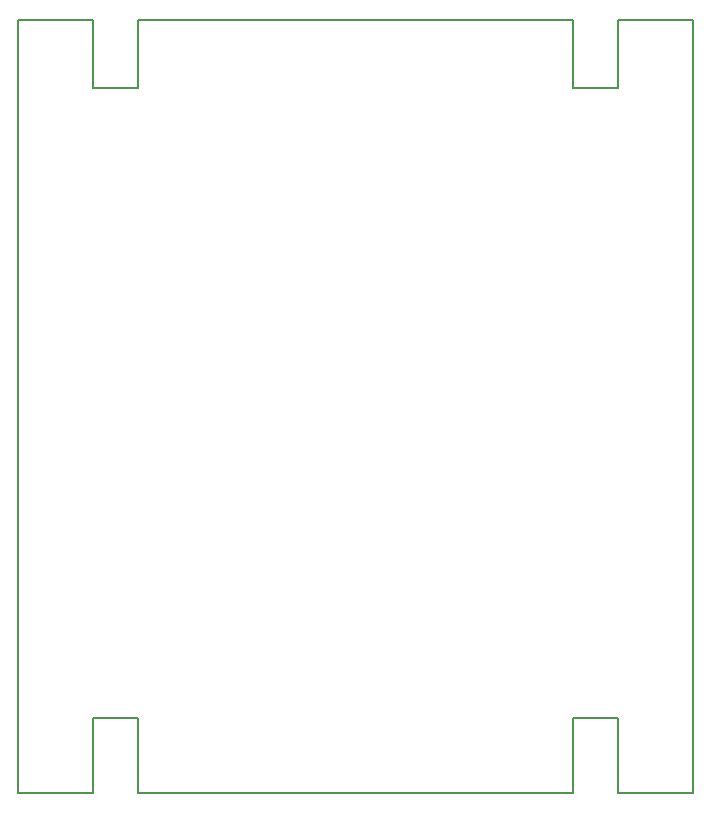
<source format=gko>
G04 Layer: BoardOutlineLayer*
G04 EasyEDA v6.5.39, 2024-01-13 10:24:34*
G04 6e2a6f86d74b4e4b883b8839c9544e61,24315905b9734375b2ccc5c6aeea7757,10*
G04 Gerber Generator version 0.2*
G04 Scale: 100 percent, Rotated: No, Reflected: No *
G04 Dimensions in inches *
G04 leading zeros omitted , absolute positions ,3 integer and 6 decimal *
%FSLAX36Y36*%
%MOIN*%

%ADD10C,0.0050*%
D10*
X0Y0D02*
G01*
X0Y2575000D01*
X250000Y2575000D01*
X250000Y2350000D01*
X400000Y2350000D01*
X400000Y2575000D01*
X1850000Y2575000D01*
X1850000Y2350000D01*
X2000000Y2350000D01*
X2000000Y2575000D01*
X2250000Y2575000D01*
X2250000Y0D01*
X2000000Y0D01*
X2000000Y250000D01*
X1850000Y250000D01*
X1850000Y0D01*
X400000Y0D01*
X400000Y250000D01*
X250000Y250000D01*
X250000Y0D01*
X0Y0D01*

%LPD*%
M02*

</source>
